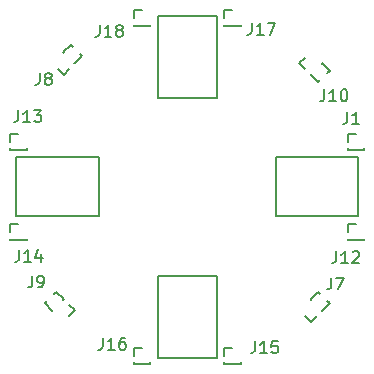
<source format=gbr>
%TF.GenerationSoftware,KiCad,Pcbnew,8.0.0*%
%TF.CreationDate,2024-05-17T03:15:10+03:00*%
%TF.ProjectId,pressure_sensor_sensor,70726573-7375-4726-955f-73656e736f72,rev?*%
%TF.SameCoordinates,Original*%
%TF.FileFunction,Legend,Top*%
%TF.FilePolarity,Positive*%
%FSLAX46Y46*%
G04 Gerber Fmt 4.6, Leading zero omitted, Abs format (unit mm)*
G04 Created by KiCad (PCBNEW 8.0.0) date 2024-05-17 03:15:10*
%MOMM*%
%LPD*%
G01*
G04 APERTURE LIST*
%ADD10C,0.200000*%
G04 APERTURE END LIST*
D10*
X219443116Y-63867136D02*
X224443116Y-63867136D01*
X224443116Y-70867136D01*
X219443116Y-70867136D01*
X219443116Y-63867136D01*
X219443116Y-85867136D02*
X224443116Y-85867136D01*
X224443116Y-92867136D01*
X219443116Y-92867136D01*
X219443116Y-85867136D01*
X229443116Y-75867136D02*
X236443116Y-75867136D01*
X236443116Y-80867136D01*
X229443116Y-80867136D01*
X229443116Y-75867136D01*
X207443116Y-75867136D02*
X214443116Y-75867136D01*
X214443116Y-80867136D01*
X207443116Y-80867136D01*
X207443116Y-75867136D01*
X234562156Y-83807739D02*
X234562156Y-84522024D01*
X234562156Y-84522024D02*
X234514537Y-84664881D01*
X234514537Y-84664881D02*
X234419299Y-84760120D01*
X234419299Y-84760120D02*
X234276442Y-84807739D01*
X234276442Y-84807739D02*
X234181204Y-84807739D01*
X235562156Y-84807739D02*
X234990728Y-84807739D01*
X235276442Y-84807739D02*
X235276442Y-83807739D01*
X235276442Y-83807739D02*
X235181204Y-83950596D01*
X235181204Y-83950596D02*
X235085966Y-84045834D01*
X235085966Y-84045834D02*
X234990728Y-84093453D01*
X235943109Y-83902977D02*
X235990728Y-83855358D01*
X235990728Y-83855358D02*
X236085966Y-83807739D01*
X236085966Y-83807739D02*
X236324061Y-83807739D01*
X236324061Y-83807739D02*
X236419299Y-83855358D01*
X236419299Y-83855358D02*
X236466918Y-83902977D01*
X236466918Y-83902977D02*
X236514537Y-83998215D01*
X236514537Y-83998215D02*
X236514537Y-84093453D01*
X236514537Y-84093453D02*
X236466918Y-84236310D01*
X236466918Y-84236310D02*
X235895490Y-84807739D01*
X235895490Y-84807739D02*
X236514537Y-84807739D01*
X233563743Y-70094146D02*
X233563743Y-70808431D01*
X233563743Y-70808431D02*
X233516124Y-70951288D01*
X233516124Y-70951288D02*
X233420886Y-71046527D01*
X233420886Y-71046527D02*
X233278029Y-71094146D01*
X233278029Y-71094146D02*
X233182791Y-71094146D01*
X234563743Y-71094146D02*
X233992315Y-71094146D01*
X234278029Y-71094146D02*
X234278029Y-70094146D01*
X234278029Y-70094146D02*
X234182791Y-70237003D01*
X234182791Y-70237003D02*
X234087553Y-70332241D01*
X234087553Y-70332241D02*
X233992315Y-70379860D01*
X235182791Y-70094146D02*
X235278029Y-70094146D01*
X235278029Y-70094146D02*
X235373267Y-70141765D01*
X235373267Y-70141765D02*
X235420886Y-70189384D01*
X235420886Y-70189384D02*
X235468505Y-70284622D01*
X235468505Y-70284622D02*
X235516124Y-70475098D01*
X235516124Y-70475098D02*
X235516124Y-70713193D01*
X235516124Y-70713193D02*
X235468505Y-70903669D01*
X235468505Y-70903669D02*
X235420886Y-70998907D01*
X235420886Y-70998907D02*
X235373267Y-71046527D01*
X235373267Y-71046527D02*
X235278029Y-71094146D01*
X235278029Y-71094146D02*
X235182791Y-71094146D01*
X235182791Y-71094146D02*
X235087553Y-71046527D01*
X235087553Y-71046527D02*
X235039934Y-70998907D01*
X235039934Y-70998907D02*
X234992315Y-70903669D01*
X234992315Y-70903669D02*
X234944696Y-70713193D01*
X234944696Y-70713193D02*
X234944696Y-70475098D01*
X234944696Y-70475098D02*
X234992315Y-70284622D01*
X234992315Y-70284622D02*
X235039934Y-70189384D01*
X235039934Y-70189384D02*
X235087553Y-70141765D01*
X235087553Y-70141765D02*
X235182791Y-70094146D01*
X207720756Y-83682739D02*
X207720756Y-84397024D01*
X207720756Y-84397024D02*
X207673137Y-84539881D01*
X207673137Y-84539881D02*
X207577899Y-84635120D01*
X207577899Y-84635120D02*
X207435042Y-84682739D01*
X207435042Y-84682739D02*
X207339804Y-84682739D01*
X208720756Y-84682739D02*
X208149328Y-84682739D01*
X208435042Y-84682739D02*
X208435042Y-83682739D01*
X208435042Y-83682739D02*
X208339804Y-83825596D01*
X208339804Y-83825596D02*
X208244566Y-83920834D01*
X208244566Y-83920834D02*
X208149328Y-83968453D01*
X209577899Y-84016072D02*
X209577899Y-84682739D01*
X209339804Y-83635120D02*
X209101709Y-84349405D01*
X209101709Y-84349405D02*
X209720756Y-84349405D01*
X234132826Y-86042399D02*
X234132826Y-86756684D01*
X234132826Y-86756684D02*
X234085207Y-86899541D01*
X234085207Y-86899541D02*
X233989969Y-86994780D01*
X233989969Y-86994780D02*
X233847112Y-87042399D01*
X233847112Y-87042399D02*
X233751874Y-87042399D01*
X234513779Y-86042399D02*
X235180445Y-86042399D01*
X235180445Y-86042399D02*
X234751874Y-87042399D01*
X235513346Y-72021699D02*
X235513346Y-72735984D01*
X235513346Y-72735984D02*
X235465727Y-72878841D01*
X235465727Y-72878841D02*
X235370489Y-72974080D01*
X235370489Y-72974080D02*
X235227632Y-73021699D01*
X235227632Y-73021699D02*
X235132394Y-73021699D01*
X236513346Y-73021699D02*
X235941918Y-73021699D01*
X236227632Y-73021699D02*
X236227632Y-72021699D01*
X236227632Y-72021699D02*
X236132394Y-72164556D01*
X236132394Y-72164556D02*
X236037156Y-72259794D01*
X236037156Y-72259794D02*
X235941918Y-72307413D01*
X214808592Y-91144355D02*
X214808592Y-91858640D01*
X214808592Y-91858640D02*
X214760973Y-92001497D01*
X214760973Y-92001497D02*
X214665735Y-92096736D01*
X214665735Y-92096736D02*
X214522878Y-92144355D01*
X214522878Y-92144355D02*
X214427640Y-92144355D01*
X215808592Y-92144355D02*
X215237164Y-92144355D01*
X215522878Y-92144355D02*
X215522878Y-91144355D01*
X215522878Y-91144355D02*
X215427640Y-91287212D01*
X215427640Y-91287212D02*
X215332402Y-91382450D01*
X215332402Y-91382450D02*
X215237164Y-91430069D01*
X216665735Y-91144355D02*
X216475259Y-91144355D01*
X216475259Y-91144355D02*
X216380021Y-91191974D01*
X216380021Y-91191974D02*
X216332402Y-91239593D01*
X216332402Y-91239593D02*
X216237164Y-91382450D01*
X216237164Y-91382450D02*
X216189545Y-91572926D01*
X216189545Y-91572926D02*
X216189545Y-91953878D01*
X216189545Y-91953878D02*
X216237164Y-92049116D01*
X216237164Y-92049116D02*
X216284783Y-92096736D01*
X216284783Y-92096736D02*
X216380021Y-92144355D01*
X216380021Y-92144355D02*
X216570497Y-92144355D01*
X216570497Y-92144355D02*
X216665735Y-92096736D01*
X216665735Y-92096736D02*
X216713354Y-92049116D01*
X216713354Y-92049116D02*
X216760973Y-91953878D01*
X216760973Y-91953878D02*
X216760973Y-91715783D01*
X216760973Y-91715783D02*
X216713354Y-91620545D01*
X216713354Y-91620545D02*
X216665735Y-91572926D01*
X216665735Y-91572926D02*
X216570497Y-91525307D01*
X216570497Y-91525307D02*
X216380021Y-91525307D01*
X216380021Y-91525307D02*
X216284783Y-91572926D01*
X216284783Y-91572926D02*
X216237164Y-91620545D01*
X216237164Y-91620545D02*
X216189545Y-91715783D01*
X214535936Y-64656519D02*
X214535936Y-65370804D01*
X214535936Y-65370804D02*
X214488317Y-65513661D01*
X214488317Y-65513661D02*
X214393079Y-65608900D01*
X214393079Y-65608900D02*
X214250222Y-65656519D01*
X214250222Y-65656519D02*
X214154984Y-65656519D01*
X215535936Y-65656519D02*
X214964508Y-65656519D01*
X215250222Y-65656519D02*
X215250222Y-64656519D01*
X215250222Y-64656519D02*
X215154984Y-64799376D01*
X215154984Y-64799376D02*
X215059746Y-64894614D01*
X215059746Y-64894614D02*
X214964508Y-64942233D01*
X216107365Y-65085090D02*
X216012127Y-65037471D01*
X216012127Y-65037471D02*
X215964508Y-64989852D01*
X215964508Y-64989852D02*
X215916889Y-64894614D01*
X215916889Y-64894614D02*
X215916889Y-64846995D01*
X215916889Y-64846995D02*
X215964508Y-64751757D01*
X215964508Y-64751757D02*
X216012127Y-64704138D01*
X216012127Y-64704138D02*
X216107365Y-64656519D01*
X216107365Y-64656519D02*
X216297841Y-64656519D01*
X216297841Y-64656519D02*
X216393079Y-64704138D01*
X216393079Y-64704138D02*
X216440698Y-64751757D01*
X216440698Y-64751757D02*
X216488317Y-64846995D01*
X216488317Y-64846995D02*
X216488317Y-64894614D01*
X216488317Y-64894614D02*
X216440698Y-64989852D01*
X216440698Y-64989852D02*
X216393079Y-65037471D01*
X216393079Y-65037471D02*
X216297841Y-65085090D01*
X216297841Y-65085090D02*
X216107365Y-65085090D01*
X216107365Y-65085090D02*
X216012127Y-65132709D01*
X216012127Y-65132709D02*
X215964508Y-65180328D01*
X215964508Y-65180328D02*
X215916889Y-65275566D01*
X215916889Y-65275566D02*
X215916889Y-65466042D01*
X215916889Y-65466042D02*
X215964508Y-65561280D01*
X215964508Y-65561280D02*
X216012127Y-65608900D01*
X216012127Y-65608900D02*
X216107365Y-65656519D01*
X216107365Y-65656519D02*
X216297841Y-65656519D01*
X216297841Y-65656519D02*
X216393079Y-65608900D01*
X216393079Y-65608900D02*
X216440698Y-65561280D01*
X216440698Y-65561280D02*
X216488317Y-65466042D01*
X216488317Y-65466042D02*
X216488317Y-65275566D01*
X216488317Y-65275566D02*
X216440698Y-65180328D01*
X216440698Y-65180328D02*
X216393079Y-65132709D01*
X216393079Y-65132709D02*
X216297841Y-65085090D01*
X207645756Y-71871699D02*
X207645756Y-72585984D01*
X207645756Y-72585984D02*
X207598137Y-72728841D01*
X207598137Y-72728841D02*
X207502899Y-72824080D01*
X207502899Y-72824080D02*
X207360042Y-72871699D01*
X207360042Y-72871699D02*
X207264804Y-72871699D01*
X208645756Y-72871699D02*
X208074328Y-72871699D01*
X208360042Y-72871699D02*
X208360042Y-71871699D01*
X208360042Y-71871699D02*
X208264804Y-72014556D01*
X208264804Y-72014556D02*
X208169566Y-72109794D01*
X208169566Y-72109794D02*
X208074328Y-72157413D01*
X208979090Y-71871699D02*
X209598137Y-71871699D01*
X209598137Y-71871699D02*
X209264804Y-72252651D01*
X209264804Y-72252651D02*
X209407661Y-72252651D01*
X209407661Y-72252651D02*
X209502899Y-72300270D01*
X209502899Y-72300270D02*
X209550518Y-72347889D01*
X209550518Y-72347889D02*
X209598137Y-72443127D01*
X209598137Y-72443127D02*
X209598137Y-72681222D01*
X209598137Y-72681222D02*
X209550518Y-72776460D01*
X209550518Y-72776460D02*
X209502899Y-72824080D01*
X209502899Y-72824080D02*
X209407661Y-72871699D01*
X209407661Y-72871699D02*
X209121947Y-72871699D01*
X209121947Y-72871699D02*
X209026709Y-72824080D01*
X209026709Y-72824080D02*
X208979090Y-72776460D01*
X209459782Y-68719355D02*
X209459782Y-69433640D01*
X209459782Y-69433640D02*
X209412163Y-69576497D01*
X209412163Y-69576497D02*
X209316925Y-69671736D01*
X209316925Y-69671736D02*
X209174068Y-69719355D01*
X209174068Y-69719355D02*
X209078830Y-69719355D01*
X210078830Y-69147926D02*
X209983592Y-69100307D01*
X209983592Y-69100307D02*
X209935973Y-69052688D01*
X209935973Y-69052688D02*
X209888354Y-68957450D01*
X209888354Y-68957450D02*
X209888354Y-68909831D01*
X209888354Y-68909831D02*
X209935973Y-68814593D01*
X209935973Y-68814593D02*
X209983592Y-68766974D01*
X209983592Y-68766974D02*
X210078830Y-68719355D01*
X210078830Y-68719355D02*
X210269306Y-68719355D01*
X210269306Y-68719355D02*
X210364544Y-68766974D01*
X210364544Y-68766974D02*
X210412163Y-68814593D01*
X210412163Y-68814593D02*
X210459782Y-68909831D01*
X210459782Y-68909831D02*
X210459782Y-68957450D01*
X210459782Y-68957450D02*
X210412163Y-69052688D01*
X210412163Y-69052688D02*
X210364544Y-69100307D01*
X210364544Y-69100307D02*
X210269306Y-69147926D01*
X210269306Y-69147926D02*
X210078830Y-69147926D01*
X210078830Y-69147926D02*
X209983592Y-69195545D01*
X209983592Y-69195545D02*
X209935973Y-69243164D01*
X209935973Y-69243164D02*
X209888354Y-69338402D01*
X209888354Y-69338402D02*
X209888354Y-69528878D01*
X209888354Y-69528878D02*
X209935973Y-69624116D01*
X209935973Y-69624116D02*
X209983592Y-69671736D01*
X209983592Y-69671736D02*
X210078830Y-69719355D01*
X210078830Y-69719355D02*
X210269306Y-69719355D01*
X210269306Y-69719355D02*
X210364544Y-69671736D01*
X210364544Y-69671736D02*
X210412163Y-69624116D01*
X210412163Y-69624116D02*
X210459782Y-69528878D01*
X210459782Y-69528878D02*
X210459782Y-69338402D01*
X210459782Y-69338402D02*
X210412163Y-69243164D01*
X210412163Y-69243164D02*
X210364544Y-69195545D01*
X210364544Y-69195545D02*
X210269306Y-69147926D01*
X227421976Y-64481519D02*
X227421976Y-65195804D01*
X227421976Y-65195804D02*
X227374357Y-65338661D01*
X227374357Y-65338661D02*
X227279119Y-65433900D01*
X227279119Y-65433900D02*
X227136262Y-65481519D01*
X227136262Y-65481519D02*
X227041024Y-65481519D01*
X228421976Y-65481519D02*
X227850548Y-65481519D01*
X228136262Y-65481519D02*
X228136262Y-64481519D01*
X228136262Y-64481519D02*
X228041024Y-64624376D01*
X228041024Y-64624376D02*
X227945786Y-64719614D01*
X227945786Y-64719614D02*
X227850548Y-64767233D01*
X228755310Y-64481519D02*
X229421976Y-64481519D01*
X229421976Y-64481519D02*
X228993405Y-65481519D01*
X227696976Y-91422919D02*
X227696976Y-92137204D01*
X227696976Y-92137204D02*
X227649357Y-92280061D01*
X227649357Y-92280061D02*
X227554119Y-92375300D01*
X227554119Y-92375300D02*
X227411262Y-92422919D01*
X227411262Y-92422919D02*
X227316024Y-92422919D01*
X228696976Y-92422919D02*
X228125548Y-92422919D01*
X228411262Y-92422919D02*
X228411262Y-91422919D01*
X228411262Y-91422919D02*
X228316024Y-91565776D01*
X228316024Y-91565776D02*
X228220786Y-91661014D01*
X228220786Y-91661014D02*
X228125548Y-91708633D01*
X229601738Y-91422919D02*
X229125548Y-91422919D01*
X229125548Y-91422919D02*
X229077929Y-91899109D01*
X229077929Y-91899109D02*
X229125548Y-91851490D01*
X229125548Y-91851490D02*
X229220786Y-91803871D01*
X229220786Y-91803871D02*
X229458881Y-91803871D01*
X229458881Y-91803871D02*
X229554119Y-91851490D01*
X229554119Y-91851490D02*
X229601738Y-91899109D01*
X229601738Y-91899109D02*
X229649357Y-91994347D01*
X229649357Y-91994347D02*
X229649357Y-92232442D01*
X229649357Y-92232442D02*
X229601738Y-92327680D01*
X229601738Y-92327680D02*
X229554119Y-92375300D01*
X229554119Y-92375300D02*
X229458881Y-92422919D01*
X229458881Y-92422919D02*
X229220786Y-92422919D01*
X229220786Y-92422919D02*
X229125548Y-92375300D01*
X229125548Y-92375300D02*
X229077929Y-92327680D01*
X208827466Y-85867399D02*
X208827466Y-86581684D01*
X208827466Y-86581684D02*
X208779847Y-86724541D01*
X208779847Y-86724541D02*
X208684609Y-86819780D01*
X208684609Y-86819780D02*
X208541752Y-86867399D01*
X208541752Y-86867399D02*
X208446514Y-86867399D01*
X209351276Y-86867399D02*
X209541752Y-86867399D01*
X209541752Y-86867399D02*
X209636990Y-86819780D01*
X209636990Y-86819780D02*
X209684609Y-86772160D01*
X209684609Y-86772160D02*
X209779847Y-86629303D01*
X209779847Y-86629303D02*
X209827466Y-86438827D01*
X209827466Y-86438827D02*
X209827466Y-86057875D01*
X209827466Y-86057875D02*
X209779847Y-85962637D01*
X209779847Y-85962637D02*
X209732228Y-85915018D01*
X209732228Y-85915018D02*
X209636990Y-85867399D01*
X209636990Y-85867399D02*
X209446514Y-85867399D01*
X209446514Y-85867399D02*
X209351276Y-85915018D01*
X209351276Y-85915018D02*
X209303657Y-85962637D01*
X209303657Y-85962637D02*
X209256038Y-86057875D01*
X209256038Y-86057875D02*
X209256038Y-86295970D01*
X209256038Y-86295970D02*
X209303657Y-86391208D01*
X209303657Y-86391208D02*
X209351276Y-86438827D01*
X209351276Y-86438827D02*
X209446514Y-86486446D01*
X209446514Y-86486446D02*
X209636990Y-86486446D01*
X209636990Y-86486446D02*
X209732228Y-86438827D01*
X209732228Y-86438827D02*
X209779847Y-86391208D01*
X209779847Y-86391208D02*
X209827466Y-86295970D01*
%TO.C,J12*%
X235543816Y-81512656D02*
X236238816Y-81512656D01*
X235543816Y-82197656D02*
X235543816Y-81512656D01*
X235543816Y-82882656D02*
X235543816Y-82757656D01*
X235543816Y-82882656D02*
X235630540Y-82882656D01*
X235543816Y-82882656D02*
X236933816Y-82882656D01*
X236847092Y-82882656D02*
X236933816Y-82882656D01*
X236933816Y-82882656D02*
X236933816Y-82757656D01*
%TO.C,J10*%
X231432489Y-67909026D02*
X231923928Y-67417588D01*
X231916857Y-68393395D02*
X231432489Y-67909026D01*
X232401223Y-68877761D02*
X232462547Y-68816443D01*
X232401223Y-68877761D02*
X233019942Y-69496482D01*
X233019942Y-69496482D02*
X233232434Y-69283991D01*
X233322784Y-67956209D02*
X233384103Y-67894886D01*
X233384103Y-67894886D02*
X234002821Y-68513604D01*
X233790330Y-68726091D02*
X234002821Y-68513604D01*
%TO.C,J14*%
X206952416Y-81512656D02*
X207647416Y-81512656D01*
X206952416Y-82197656D02*
X206952416Y-81512656D01*
X206952416Y-82882656D02*
X206952416Y-82757656D01*
X206952416Y-82882656D02*
X207039140Y-82882656D01*
X206952416Y-82882656D02*
X208342416Y-82882656D01*
X208255692Y-82882656D02*
X208342416Y-82882656D01*
X208342416Y-82882656D02*
X208342416Y-82757656D01*
%TO.C,J7*%
X232401226Y-87856509D02*
X233019944Y-87237791D01*
X232415366Y-89808123D02*
X231923928Y-89316684D01*
X232462547Y-87917830D02*
X232401226Y-87856509D01*
X232899735Y-89323755D02*
X232415366Y-89808123D01*
X233232432Y-87450282D02*
X233019944Y-87237791D01*
X233384102Y-88839388D02*
X233322782Y-88778063D01*
X233384102Y-88839388D02*
X234002822Y-88220670D01*
X234002822Y-88220670D02*
X233790331Y-88008178D01*
%TO.C,J1*%
X235543816Y-73851616D02*
X236238816Y-73851616D01*
X235543816Y-74536616D02*
X235543816Y-73851616D01*
X235543816Y-75221616D02*
X235543816Y-75096616D01*
X235543816Y-75221616D02*
X235630540Y-75221616D01*
X235543816Y-75221616D02*
X236933816Y-75221616D01*
X236847092Y-75221616D02*
X236933816Y-75221616D01*
X236933816Y-75221616D02*
X236933816Y-75096616D01*
%TO.C,J16*%
X217417596Y-91977836D02*
X218112596Y-91977836D01*
X217417596Y-92662836D02*
X217417596Y-91977836D01*
X217417596Y-93347836D02*
X217417596Y-93222836D01*
X217417596Y-93347836D02*
X217504320Y-93347836D01*
X217417596Y-93347836D02*
X218807596Y-93347836D01*
X218720872Y-93347836D02*
X218807596Y-93347836D01*
X218807596Y-93347836D02*
X218807596Y-93222836D01*
%TO.C,J18*%
X217417596Y-63386436D02*
X218112596Y-63386436D01*
X217417596Y-64071436D02*
X217417596Y-63386436D01*
X217417596Y-64756436D02*
X217417596Y-64631436D01*
X217417596Y-64756436D02*
X217504320Y-64756436D01*
X217417596Y-64756436D02*
X218807596Y-64756436D01*
X218720872Y-64756436D02*
X218807596Y-64756436D01*
X218807596Y-64756436D02*
X218807596Y-64631436D01*
%TO.C,J13*%
X206952416Y-73851616D02*
X207647416Y-73851616D01*
X206952416Y-74536616D02*
X206952416Y-73851616D01*
X206952416Y-75221616D02*
X206952416Y-75096616D01*
X206952416Y-75221616D02*
X207039140Y-75221616D01*
X206952416Y-75221616D02*
X208342416Y-75221616D01*
X208255692Y-75221616D02*
X208342416Y-75221616D01*
X208342416Y-75221616D02*
X208342416Y-75096616D01*
%TO.C,J8*%
X211470866Y-66926149D02*
X212089584Y-66307431D01*
X211485006Y-68877763D02*
X210993568Y-68386324D01*
X211532189Y-66987469D02*
X211470866Y-66926149D01*
X211969375Y-68393395D02*
X211485006Y-68877763D01*
X212302071Y-66519922D02*
X212089584Y-66307431D01*
X212453741Y-67909029D02*
X212392422Y-67847705D01*
X212453741Y-67909029D02*
X213072462Y-67290310D01*
X213072462Y-67290310D02*
X212859971Y-67077818D01*
%TO.C,J17*%
X225078636Y-63386436D02*
X225773636Y-63386436D01*
X225078636Y-64071436D02*
X225078636Y-63386436D01*
X225078636Y-64756436D02*
X225078636Y-64631436D01*
X225078636Y-64756436D02*
X225165360Y-64756436D01*
X225078636Y-64756436D02*
X226468636Y-64756436D01*
X226381912Y-64756436D02*
X226468636Y-64756436D01*
X226468636Y-64756436D02*
X226468636Y-64631436D01*
%TO.C,J15*%
X225078636Y-91977836D02*
X225773636Y-91977836D01*
X225078636Y-92662836D02*
X225078636Y-91977836D01*
X225078636Y-93347836D02*
X225078636Y-93222836D01*
X225078636Y-93347836D02*
X225165360Y-93347836D01*
X225078636Y-93347836D02*
X226468636Y-93347836D01*
X226381912Y-93347836D02*
X226468636Y-93347836D01*
X226468636Y-93347836D02*
X226468636Y-93222836D01*
%TO.C,J9*%
X210095902Y-88008181D02*
X209883411Y-88220668D01*
X210502129Y-88839386D02*
X209883411Y-88220668D01*
X210563450Y-88778064D02*
X210502129Y-88839386D01*
X210866290Y-87237790D02*
X210653798Y-87450281D01*
X211485009Y-87856511D02*
X210866290Y-87237790D01*
X211485009Y-87856511D02*
X211423684Y-87917830D01*
X211969375Y-88340877D02*
X212453743Y-88825246D01*
X212453743Y-88825246D02*
X211962304Y-89316684D01*
%TD*%
M02*

</source>
